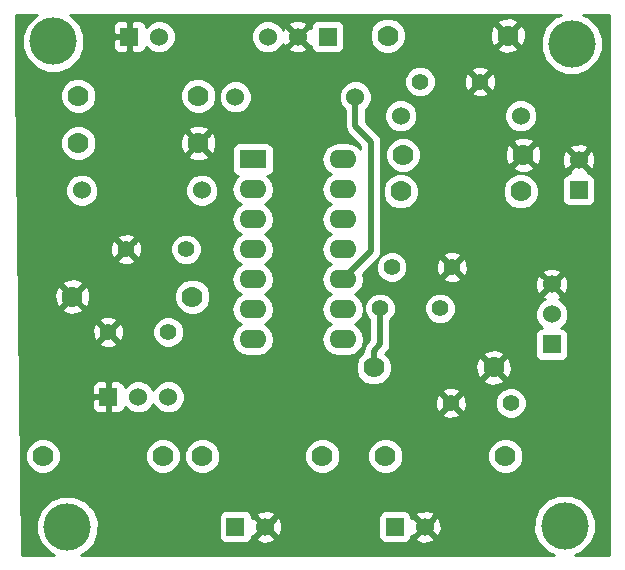
<source format=gbl>
%FSLAX34Y34*%
G04 Gerber Fmt 3.4, Leading zero omitted, Abs format*
G04 (created by PCBNEW (2014-02-26 BZR 4721)-product) date Wednesday, 27 May 2015 16:47:43*
%MOIN*%
G01*
G70*
G90*
G04 APERTURE LIST*
%ADD10C,0.005906*%
%ADD11C,0.055000*%
%ADD12C,0.060000*%
%ADD13R,0.060000X0.060000*%
%ADD14R,0.090000X0.062000*%
%ADD15O,0.090000X0.062000*%
%ADD16C,0.070000*%
%ADD17C,0.157480*%
%ADD18C,0.019685*%
%ADD19C,0.010000*%
G04 APERTURE END LIST*
G54D10*
G54D11*
X53165Y-44881D03*
X51165Y-44881D03*
X62023Y-45472D03*
X60023Y-45472D03*
X60968Y-39291D03*
X62968Y-39291D03*
X52574Y-47637D03*
X50574Y-47637D03*
X59629Y-46850D03*
X61629Y-46850D03*
X63992Y-50000D03*
X61992Y-50000D03*
G54D12*
X54811Y-39803D03*
X58811Y-39803D03*
X53692Y-42913D03*
X49692Y-42913D03*
X60322Y-40433D03*
X64322Y-40433D03*
G54D13*
X51271Y-37795D03*
G54D12*
X52271Y-37795D03*
G54D13*
X54814Y-54133D03*
G54D12*
X55814Y-54133D03*
G54D13*
X60129Y-54133D03*
G54D12*
X61129Y-54133D03*
G54D13*
X66259Y-42901D03*
G54D12*
X66259Y-41901D03*
G54D13*
X57889Y-37795D03*
G54D12*
X56889Y-37795D03*
X55889Y-37795D03*
G54D13*
X50574Y-49803D03*
G54D12*
X51574Y-49803D03*
X52574Y-49803D03*
G54D13*
X65354Y-48047D03*
G54D12*
X65354Y-47047D03*
X65354Y-46047D03*
G54D14*
X55389Y-41881D03*
G54D15*
X55389Y-42881D03*
X55389Y-43881D03*
X55389Y-44881D03*
X55389Y-45881D03*
X55389Y-46881D03*
X55389Y-47881D03*
X58389Y-47881D03*
X58389Y-46881D03*
X58389Y-45881D03*
X58389Y-44881D03*
X58389Y-43881D03*
X58389Y-42881D03*
X58389Y-41881D03*
G54D16*
X53574Y-39763D03*
X49574Y-39763D03*
X49574Y-41338D03*
X53574Y-41338D03*
X59889Y-37755D03*
X63889Y-37755D03*
X53377Y-46456D03*
X49377Y-46456D03*
X59417Y-48818D03*
X63417Y-48818D03*
X63811Y-51771D03*
X59811Y-51771D03*
X48393Y-51771D03*
X52393Y-51771D03*
X57708Y-51771D03*
X53708Y-51771D03*
X60401Y-41732D03*
X64401Y-41732D03*
X64322Y-42952D03*
X60322Y-42952D03*
G54D17*
X66023Y-38031D03*
X65787Y-54094D03*
X48740Y-37952D03*
X49212Y-54133D03*
G54D18*
X58811Y-39803D02*
X58811Y-40779D01*
X59330Y-44940D02*
X58389Y-45881D01*
X59330Y-41299D02*
X59330Y-44940D01*
X58811Y-40779D02*
X59330Y-41299D01*
X59417Y-48818D02*
X59417Y-48259D01*
X59629Y-48047D02*
X59629Y-46850D01*
X59417Y-48259D02*
X59629Y-48047D01*
G54D10*
G36*
X67272Y-55068D02*
X66147Y-55068D01*
X66374Y-54974D01*
X66666Y-54682D01*
X66824Y-54301D01*
X66824Y-53889D01*
X66814Y-53863D01*
X66814Y-41983D01*
X66803Y-41764D01*
X66741Y-41613D01*
X66645Y-41586D01*
X66575Y-41657D01*
X66575Y-41515D01*
X66547Y-41420D01*
X66341Y-41346D01*
X66123Y-41357D01*
X65971Y-41420D01*
X65944Y-41515D01*
X66259Y-41830D01*
X66575Y-41515D01*
X66575Y-41657D01*
X66330Y-41901D01*
X66645Y-42216D01*
X66741Y-42189D01*
X66814Y-41983D01*
X66814Y-53863D01*
X66809Y-53852D01*
X66809Y-43251D01*
X66809Y-43151D01*
X66809Y-42551D01*
X66771Y-42459D01*
X66701Y-42389D01*
X66609Y-42351D01*
X66556Y-42351D01*
X66575Y-42287D01*
X66259Y-41972D01*
X66189Y-42042D01*
X66189Y-41901D01*
X65873Y-41586D01*
X65778Y-41613D01*
X65705Y-41819D01*
X65715Y-42038D01*
X65778Y-42189D01*
X65873Y-42216D01*
X66189Y-41901D01*
X66189Y-42042D01*
X65944Y-42287D01*
X65963Y-42351D01*
X65910Y-42351D01*
X65818Y-42389D01*
X65747Y-42459D01*
X65709Y-42551D01*
X65709Y-42651D01*
X65709Y-43251D01*
X65747Y-43343D01*
X65818Y-43413D01*
X65910Y-43451D01*
X66009Y-43451D01*
X66609Y-43451D01*
X66701Y-43413D01*
X66771Y-43343D01*
X66809Y-43251D01*
X66809Y-53852D01*
X66667Y-53507D01*
X66375Y-53215D01*
X65994Y-53057D01*
X65909Y-53057D01*
X65909Y-46129D01*
X65898Y-45910D01*
X65835Y-45759D01*
X65740Y-45732D01*
X65669Y-45802D01*
X65669Y-45661D01*
X65642Y-45565D01*
X65436Y-45492D01*
X65217Y-45503D01*
X65066Y-45565D01*
X65039Y-45661D01*
X65354Y-45976D01*
X65669Y-45661D01*
X65669Y-45802D01*
X65425Y-46047D01*
X65740Y-46362D01*
X65835Y-46335D01*
X65909Y-46129D01*
X65909Y-53057D01*
X65904Y-53057D01*
X65904Y-46938D01*
X65820Y-46736D01*
X65666Y-46581D01*
X65590Y-46549D01*
X65642Y-46528D01*
X65669Y-46433D01*
X65354Y-46117D01*
X65283Y-46188D01*
X65283Y-46047D01*
X65006Y-45769D01*
X65006Y-41825D01*
X64995Y-41587D01*
X64924Y-41414D01*
X64872Y-41397D01*
X64872Y-40324D01*
X64789Y-40121D01*
X64634Y-39967D01*
X64494Y-39908D01*
X64494Y-37849D01*
X64484Y-37611D01*
X64412Y-37437D01*
X64311Y-37404D01*
X64241Y-37475D01*
X64241Y-37333D01*
X64207Y-37233D01*
X63983Y-37151D01*
X63745Y-37161D01*
X63571Y-37233D01*
X63538Y-37333D01*
X63889Y-37685D01*
X64241Y-37333D01*
X64241Y-37475D01*
X63960Y-37755D01*
X64311Y-38107D01*
X64412Y-38073D01*
X64494Y-37849D01*
X64494Y-39908D01*
X64432Y-39883D01*
X64241Y-39882D01*
X64241Y-38178D01*
X63889Y-37826D01*
X63819Y-37897D01*
X63819Y-37755D01*
X63467Y-37404D01*
X63367Y-37437D01*
X63285Y-37662D01*
X63295Y-37900D01*
X63367Y-38073D01*
X63467Y-38107D01*
X63819Y-37755D01*
X63819Y-37897D01*
X63538Y-38178D01*
X63571Y-38278D01*
X63796Y-38360D01*
X64034Y-38350D01*
X64207Y-38278D01*
X64241Y-38178D01*
X64241Y-39882D01*
X64213Y-39882D01*
X64011Y-39966D01*
X63856Y-40121D01*
X63772Y-40323D01*
X63772Y-40541D01*
X63856Y-40744D01*
X64010Y-40899D01*
X64212Y-40982D01*
X64431Y-40983D01*
X64633Y-40899D01*
X64788Y-40745D01*
X64872Y-40542D01*
X64872Y-40324D01*
X64872Y-41397D01*
X64823Y-41380D01*
X64752Y-41451D01*
X64752Y-41310D01*
X64719Y-41209D01*
X64495Y-41127D01*
X64256Y-41137D01*
X64083Y-41209D01*
X64050Y-41310D01*
X64401Y-41661D01*
X64752Y-41310D01*
X64752Y-41451D01*
X64472Y-41732D01*
X64823Y-42083D01*
X64924Y-42050D01*
X65006Y-41825D01*
X65006Y-45769D01*
X64968Y-45732D01*
X64922Y-45745D01*
X64922Y-42833D01*
X64831Y-42613D01*
X64752Y-42534D01*
X64752Y-42154D01*
X64401Y-41802D01*
X64330Y-41873D01*
X64330Y-41732D01*
X63979Y-41380D01*
X63878Y-41414D01*
X63797Y-41638D01*
X63807Y-41877D01*
X63878Y-42050D01*
X63979Y-42083D01*
X64330Y-41732D01*
X64330Y-41873D01*
X64050Y-42154D01*
X64083Y-42254D01*
X64307Y-42336D01*
X64546Y-42326D01*
X64719Y-42254D01*
X64752Y-42154D01*
X64752Y-42534D01*
X64663Y-42444D01*
X64442Y-42352D01*
X64204Y-42352D01*
X63983Y-42443D01*
X63814Y-42612D01*
X63722Y-42832D01*
X63722Y-43071D01*
X63813Y-43292D01*
X63982Y-43461D01*
X64202Y-43552D01*
X64441Y-43552D01*
X64662Y-43461D01*
X64831Y-43293D01*
X64922Y-43072D01*
X64922Y-42833D01*
X64922Y-45745D01*
X64873Y-45759D01*
X64799Y-45965D01*
X64810Y-46184D01*
X64873Y-46335D01*
X64968Y-46362D01*
X65283Y-46047D01*
X65283Y-46188D01*
X65039Y-46433D01*
X65066Y-46528D01*
X65121Y-46548D01*
X65043Y-46580D01*
X64888Y-46735D01*
X64804Y-46937D01*
X64804Y-47156D01*
X64887Y-47358D01*
X65026Y-47497D01*
X65004Y-47497D01*
X64912Y-47535D01*
X64842Y-47605D01*
X64804Y-47697D01*
X64804Y-47796D01*
X64804Y-48396D01*
X64842Y-48488D01*
X64912Y-48559D01*
X65004Y-48597D01*
X65104Y-48597D01*
X65704Y-48597D01*
X65795Y-48559D01*
X65866Y-48488D01*
X65904Y-48396D01*
X65904Y-48297D01*
X65904Y-47697D01*
X65866Y-47605D01*
X65795Y-47535D01*
X65704Y-47497D01*
X65682Y-47497D01*
X65820Y-47359D01*
X65904Y-47157D01*
X65904Y-46938D01*
X65904Y-53057D01*
X65581Y-53056D01*
X65200Y-53214D01*
X64908Y-53506D01*
X64750Y-53887D01*
X64749Y-54299D01*
X64907Y-54681D01*
X65198Y-54973D01*
X65426Y-55068D01*
X64517Y-55068D01*
X64517Y-49896D01*
X64437Y-49703D01*
X64289Y-49555D01*
X64097Y-49475D01*
X64021Y-49475D01*
X64021Y-48912D01*
X64011Y-48674D01*
X63939Y-48500D01*
X63839Y-48467D01*
X63768Y-48538D01*
X63768Y-48396D01*
X63735Y-48296D01*
X63511Y-48214D01*
X63498Y-48214D01*
X63498Y-39367D01*
X63487Y-39158D01*
X63429Y-39018D01*
X63336Y-38994D01*
X63265Y-39064D01*
X63265Y-38923D01*
X63241Y-38830D01*
X63044Y-38761D01*
X62835Y-38772D01*
X62695Y-38830D01*
X62671Y-38923D01*
X62968Y-39220D01*
X63265Y-38923D01*
X63265Y-39064D01*
X63039Y-39291D01*
X63336Y-39588D01*
X63429Y-39564D01*
X63498Y-39367D01*
X63498Y-48214D01*
X63272Y-48224D01*
X63265Y-48227D01*
X63265Y-39659D01*
X62968Y-39362D01*
X62897Y-39432D01*
X62897Y-39291D01*
X62600Y-38994D01*
X62507Y-39018D01*
X62438Y-39215D01*
X62449Y-39424D01*
X62507Y-39564D01*
X62600Y-39588D01*
X62897Y-39291D01*
X62897Y-39432D01*
X62671Y-39659D01*
X62695Y-39751D01*
X62892Y-39821D01*
X63101Y-39809D01*
X63241Y-39751D01*
X63265Y-39659D01*
X63265Y-48227D01*
X63099Y-48296D01*
X63065Y-48396D01*
X63417Y-48748D01*
X63768Y-48396D01*
X63768Y-48538D01*
X63488Y-48818D01*
X63839Y-49170D01*
X63939Y-49136D01*
X64021Y-48912D01*
X64021Y-49475D01*
X63888Y-49474D01*
X63768Y-49524D01*
X63768Y-49241D01*
X63417Y-48889D01*
X63346Y-48960D01*
X63346Y-48818D01*
X62995Y-48467D01*
X62894Y-48500D01*
X62812Y-48725D01*
X62822Y-48963D01*
X62894Y-49136D01*
X62995Y-49170D01*
X63346Y-48818D01*
X63346Y-48960D01*
X63065Y-49241D01*
X63099Y-49341D01*
X63323Y-49423D01*
X63562Y-49413D01*
X63735Y-49341D01*
X63768Y-49241D01*
X63768Y-49524D01*
X63695Y-49554D01*
X63547Y-49702D01*
X63467Y-49895D01*
X63467Y-50103D01*
X63546Y-50297D01*
X63694Y-50444D01*
X63887Y-50524D01*
X64096Y-50525D01*
X64289Y-50445D01*
X64436Y-50297D01*
X64517Y-50104D01*
X64517Y-49896D01*
X64517Y-55068D01*
X64411Y-55068D01*
X64411Y-51652D01*
X64319Y-51432D01*
X64151Y-51263D01*
X63930Y-51171D01*
X63692Y-51171D01*
X63471Y-51262D01*
X63302Y-51431D01*
X63211Y-51651D01*
X63210Y-51890D01*
X63302Y-52111D01*
X63470Y-52280D01*
X63691Y-52371D01*
X63929Y-52371D01*
X64150Y-52280D01*
X64319Y-52111D01*
X64410Y-51891D01*
X64411Y-51652D01*
X64411Y-55068D01*
X62553Y-55068D01*
X62553Y-45548D01*
X62542Y-45339D01*
X62484Y-45199D01*
X62391Y-45175D01*
X62320Y-45246D01*
X62320Y-45104D01*
X62296Y-45011D01*
X62099Y-44942D01*
X61890Y-44953D01*
X61750Y-45011D01*
X61726Y-45104D01*
X62023Y-45401D01*
X62320Y-45104D01*
X62320Y-45246D01*
X62094Y-45472D01*
X62391Y-45769D01*
X62484Y-45745D01*
X62553Y-45548D01*
X62553Y-55068D01*
X62522Y-55068D01*
X62522Y-50075D01*
X62510Y-49867D01*
X62452Y-49727D01*
X62359Y-49702D01*
X62320Y-49742D01*
X62320Y-45840D01*
X62023Y-45543D01*
X61952Y-45613D01*
X61952Y-45472D01*
X61655Y-45175D01*
X61563Y-45199D01*
X61493Y-45396D01*
X61505Y-45605D01*
X61563Y-45745D01*
X61655Y-45769D01*
X61952Y-45472D01*
X61952Y-45613D01*
X61726Y-45840D01*
X61750Y-45932D01*
X61947Y-46002D01*
X62156Y-45991D01*
X62296Y-45932D01*
X62320Y-45840D01*
X62320Y-49742D01*
X62289Y-49773D01*
X62289Y-49632D01*
X62264Y-49539D01*
X62155Y-49500D01*
X62155Y-46746D01*
X62075Y-46553D01*
X61927Y-46405D01*
X61734Y-46325D01*
X61525Y-46325D01*
X61493Y-46338D01*
X61493Y-39187D01*
X61413Y-38994D01*
X61266Y-38846D01*
X61073Y-38766D01*
X60864Y-38766D01*
X60671Y-38846D01*
X60523Y-38993D01*
X60489Y-39075D01*
X60489Y-37637D01*
X60398Y-37416D01*
X60230Y-37247D01*
X60009Y-37156D01*
X59770Y-37155D01*
X59550Y-37246D01*
X59381Y-37415D01*
X59289Y-37636D01*
X59289Y-37874D01*
X59380Y-38095D01*
X59549Y-38264D01*
X59769Y-38355D01*
X60008Y-38356D01*
X60229Y-38264D01*
X60398Y-38096D01*
X60489Y-37875D01*
X60489Y-37637D01*
X60489Y-39075D01*
X60443Y-39186D01*
X60443Y-39395D01*
X60523Y-39588D01*
X60670Y-39736D01*
X60863Y-39816D01*
X61072Y-39816D01*
X61265Y-39736D01*
X61413Y-39589D01*
X61493Y-39396D01*
X61493Y-39187D01*
X61493Y-46338D01*
X61332Y-46405D01*
X61185Y-46552D01*
X61105Y-46745D01*
X61104Y-46954D01*
X61184Y-47147D01*
X61332Y-47295D01*
X61525Y-47375D01*
X61733Y-47375D01*
X61926Y-47295D01*
X62074Y-47148D01*
X62154Y-46955D01*
X62155Y-46746D01*
X62155Y-49500D01*
X62067Y-49470D01*
X61859Y-49481D01*
X61719Y-49539D01*
X61695Y-49632D01*
X61992Y-49929D01*
X62289Y-49632D01*
X62289Y-49773D01*
X62062Y-50000D01*
X62359Y-50297D01*
X62452Y-50272D01*
X62522Y-50075D01*
X62522Y-55068D01*
X62289Y-55068D01*
X62289Y-50367D01*
X61992Y-50070D01*
X61921Y-50141D01*
X61921Y-50000D01*
X61624Y-49702D01*
X61531Y-49727D01*
X61462Y-49924D01*
X61473Y-50132D01*
X61531Y-50272D01*
X61624Y-50297D01*
X61921Y-50000D01*
X61921Y-50141D01*
X61695Y-50367D01*
X61719Y-50460D01*
X61916Y-50529D01*
X62124Y-50518D01*
X62264Y-50460D01*
X62289Y-50367D01*
X62289Y-55068D01*
X61684Y-55068D01*
X61684Y-54215D01*
X61673Y-53997D01*
X61611Y-53846D01*
X61515Y-53818D01*
X61445Y-53889D01*
X61445Y-53747D01*
X61417Y-53652D01*
X61211Y-53579D01*
X61001Y-53589D01*
X61001Y-41613D01*
X60910Y-41392D01*
X60872Y-41355D01*
X60872Y-40324D01*
X60789Y-40121D01*
X60634Y-39967D01*
X60432Y-39883D01*
X60213Y-39882D01*
X60011Y-39966D01*
X59856Y-40121D01*
X59772Y-40323D01*
X59772Y-40541D01*
X59856Y-40744D01*
X60010Y-40899D01*
X60212Y-40982D01*
X60431Y-40983D01*
X60633Y-40899D01*
X60788Y-40745D01*
X60872Y-40542D01*
X60872Y-40324D01*
X60872Y-41355D01*
X60741Y-41223D01*
X60521Y-41132D01*
X60282Y-41132D01*
X60062Y-41223D01*
X59893Y-41391D01*
X59801Y-41612D01*
X59801Y-41851D01*
X59892Y-42071D01*
X60061Y-42240D01*
X60281Y-42332D01*
X60520Y-42332D01*
X60741Y-42241D01*
X60909Y-42072D01*
X61001Y-41852D01*
X61001Y-41613D01*
X61001Y-53589D01*
X60993Y-53590D01*
X60922Y-53619D01*
X60922Y-42833D01*
X60831Y-42613D01*
X60663Y-42444D01*
X60442Y-42352D01*
X60204Y-42352D01*
X59983Y-42443D01*
X59814Y-42612D01*
X59722Y-42832D01*
X59722Y-43071D01*
X59813Y-43292D01*
X59982Y-43461D01*
X60202Y-43552D01*
X60441Y-43552D01*
X60662Y-43461D01*
X60831Y-43293D01*
X60922Y-43072D01*
X60922Y-42833D01*
X60922Y-53619D01*
X60842Y-53652D01*
X60814Y-53747D01*
X61129Y-54063D01*
X61445Y-53747D01*
X61445Y-53889D01*
X61200Y-54133D01*
X61515Y-54449D01*
X61611Y-54421D01*
X61684Y-54215D01*
X61684Y-55068D01*
X61445Y-55068D01*
X61445Y-54519D01*
X61129Y-54204D01*
X61059Y-54275D01*
X61059Y-54133D01*
X60744Y-53818D01*
X60679Y-53837D01*
X60679Y-53784D01*
X60641Y-53692D01*
X60571Y-53621D01*
X60548Y-53612D01*
X60548Y-45368D01*
X60468Y-45175D01*
X60321Y-45027D01*
X60128Y-44947D01*
X59919Y-44947D01*
X59726Y-45027D01*
X59599Y-45154D01*
X59652Y-45074D01*
X59679Y-44940D01*
X59679Y-41299D01*
X59679Y-41299D01*
X59679Y-41299D01*
X59657Y-41187D01*
X59652Y-41165D01*
X59652Y-41165D01*
X59577Y-41052D01*
X59577Y-41052D01*
X59577Y-41052D01*
X59159Y-40635D01*
X59159Y-40232D01*
X59277Y-40115D01*
X59360Y-39913D01*
X59361Y-39694D01*
X59277Y-39492D01*
X59122Y-39337D01*
X58920Y-39253D01*
X58702Y-39253D01*
X58499Y-39336D01*
X58439Y-39396D01*
X58439Y-38145D01*
X58439Y-38045D01*
X58439Y-37445D01*
X58401Y-37353D01*
X58331Y-37283D01*
X58239Y-37245D01*
X58140Y-37245D01*
X57540Y-37245D01*
X57448Y-37283D01*
X57377Y-37353D01*
X57339Y-37445D01*
X57339Y-37498D01*
X57275Y-37480D01*
X57204Y-37550D01*
X57204Y-37409D01*
X57177Y-37314D01*
X56971Y-37240D01*
X56753Y-37251D01*
X56601Y-37314D01*
X56574Y-37409D01*
X56889Y-37724D01*
X57204Y-37409D01*
X57204Y-37550D01*
X56960Y-37795D01*
X57275Y-38110D01*
X57339Y-38092D01*
X57339Y-38145D01*
X57377Y-38236D01*
X57448Y-38307D01*
X57540Y-38345D01*
X57639Y-38345D01*
X58239Y-38345D01*
X58331Y-38307D01*
X58401Y-38236D01*
X58439Y-38145D01*
X58439Y-39396D01*
X58345Y-39491D01*
X58261Y-39693D01*
X58260Y-39912D01*
X58344Y-40114D01*
X58462Y-40232D01*
X58462Y-40779D01*
X58462Y-40779D01*
X58484Y-40890D01*
X58489Y-40912D01*
X58564Y-41025D01*
X58982Y-41443D01*
X58982Y-41550D01*
X58939Y-41485D01*
X58757Y-41364D01*
X58543Y-41321D01*
X58236Y-41321D01*
X58021Y-41364D01*
X57840Y-41485D01*
X57718Y-41667D01*
X57676Y-41881D01*
X57718Y-42096D01*
X57840Y-42277D01*
X57995Y-42381D01*
X57840Y-42485D01*
X57718Y-42667D01*
X57676Y-42881D01*
X57718Y-43096D01*
X57840Y-43277D01*
X57995Y-43381D01*
X57840Y-43485D01*
X57718Y-43667D01*
X57676Y-43881D01*
X57718Y-44096D01*
X57840Y-44277D01*
X57995Y-44381D01*
X57840Y-44485D01*
X57718Y-44667D01*
X57676Y-44881D01*
X57718Y-45096D01*
X57840Y-45277D01*
X57995Y-45381D01*
X57840Y-45485D01*
X57718Y-45667D01*
X57676Y-45881D01*
X57718Y-46096D01*
X57840Y-46277D01*
X57995Y-46381D01*
X57840Y-46485D01*
X57718Y-46667D01*
X57676Y-46881D01*
X57718Y-47096D01*
X57840Y-47277D01*
X57995Y-47381D01*
X57840Y-47485D01*
X57718Y-47667D01*
X57676Y-47881D01*
X57718Y-48096D01*
X57840Y-48277D01*
X58021Y-48399D01*
X58236Y-48441D01*
X58543Y-48441D01*
X58757Y-48399D01*
X58939Y-48277D01*
X59060Y-48096D01*
X59103Y-47881D01*
X59060Y-47667D01*
X58939Y-47485D01*
X58783Y-47381D01*
X58939Y-47277D01*
X59060Y-47096D01*
X59103Y-46881D01*
X59060Y-46667D01*
X58939Y-46485D01*
X58783Y-46381D01*
X58939Y-46277D01*
X59060Y-46096D01*
X59103Y-45881D01*
X59066Y-45697D01*
X59571Y-45193D01*
X59498Y-45367D01*
X59498Y-45576D01*
X59578Y-45769D01*
X59725Y-45917D01*
X59918Y-45997D01*
X60127Y-45997D01*
X60320Y-45917D01*
X60468Y-45770D01*
X60548Y-45577D01*
X60548Y-45368D01*
X60548Y-53612D01*
X60479Y-53583D01*
X60411Y-53583D01*
X60411Y-51652D01*
X60319Y-51432D01*
X60155Y-51266D01*
X60155Y-46746D01*
X60075Y-46553D01*
X59927Y-46405D01*
X59734Y-46325D01*
X59525Y-46325D01*
X59332Y-46405D01*
X59185Y-46552D01*
X59105Y-46745D01*
X59104Y-46954D01*
X59184Y-47147D01*
X59281Y-47244D01*
X59281Y-47902D01*
X59170Y-48013D01*
X59095Y-48126D01*
X59091Y-48148D01*
X59068Y-48259D01*
X59068Y-48259D01*
X59068Y-48318D01*
X58908Y-48478D01*
X58817Y-48699D01*
X58817Y-48937D01*
X58908Y-49158D01*
X59077Y-49327D01*
X59297Y-49418D01*
X59536Y-49419D01*
X59756Y-49327D01*
X59925Y-49159D01*
X60017Y-48938D01*
X60017Y-48700D01*
X59926Y-48479D01*
X59808Y-48361D01*
X59876Y-48293D01*
X59876Y-48293D01*
X59876Y-48293D01*
X59951Y-48180D01*
X59978Y-48047D01*
X59978Y-47244D01*
X60074Y-47148D01*
X60154Y-46955D01*
X60155Y-46746D01*
X60155Y-51266D01*
X60151Y-51263D01*
X59930Y-51171D01*
X59692Y-51171D01*
X59471Y-51262D01*
X59302Y-51431D01*
X59211Y-51651D01*
X59210Y-51890D01*
X59302Y-52111D01*
X59470Y-52280D01*
X59691Y-52371D01*
X59929Y-52371D01*
X60150Y-52280D01*
X60319Y-52111D01*
X60410Y-51891D01*
X60411Y-51652D01*
X60411Y-53583D01*
X60380Y-53583D01*
X59780Y-53583D01*
X59688Y-53621D01*
X59617Y-53692D01*
X59579Y-53784D01*
X59579Y-53883D01*
X59579Y-54483D01*
X59617Y-54575D01*
X59688Y-54645D01*
X59780Y-54683D01*
X59879Y-54683D01*
X60479Y-54683D01*
X60571Y-54645D01*
X60641Y-54575D01*
X60679Y-54483D01*
X60679Y-54430D01*
X60744Y-54449D01*
X61059Y-54133D01*
X61059Y-54275D01*
X60814Y-54519D01*
X60842Y-54615D01*
X61048Y-54688D01*
X61266Y-54677D01*
X61417Y-54615D01*
X61445Y-54519D01*
X61445Y-55068D01*
X58308Y-55068D01*
X58308Y-51652D01*
X58217Y-51432D01*
X58048Y-51263D01*
X57828Y-51171D01*
X57589Y-51171D01*
X57369Y-51262D01*
X57204Y-51426D01*
X57204Y-38181D01*
X56889Y-37865D01*
X56819Y-37936D01*
X56819Y-37795D01*
X56503Y-37480D01*
X56408Y-37507D01*
X56388Y-37562D01*
X56356Y-37484D01*
X56201Y-37329D01*
X55999Y-37245D01*
X55780Y-37245D01*
X55578Y-37328D01*
X55423Y-37483D01*
X55339Y-37685D01*
X55339Y-37904D01*
X55423Y-38106D01*
X55577Y-38261D01*
X55779Y-38345D01*
X55998Y-38345D01*
X56200Y-38261D01*
X56355Y-38107D01*
X56387Y-38031D01*
X56408Y-38083D01*
X56503Y-38110D01*
X56819Y-37795D01*
X56819Y-37936D01*
X56574Y-38181D01*
X56601Y-38276D01*
X56807Y-38350D01*
X57026Y-38339D01*
X57177Y-38276D01*
X57204Y-38181D01*
X57204Y-51426D01*
X57200Y-51431D01*
X57108Y-51651D01*
X57108Y-51890D01*
X57199Y-52111D01*
X57368Y-52280D01*
X57588Y-52371D01*
X57827Y-52371D01*
X58048Y-52280D01*
X58217Y-52111D01*
X58308Y-51891D01*
X58308Y-51652D01*
X58308Y-55068D01*
X56369Y-55068D01*
X56369Y-54215D01*
X56358Y-53997D01*
X56296Y-53846D01*
X56200Y-53818D01*
X56130Y-53889D01*
X56130Y-53747D01*
X56103Y-53654D01*
X56103Y-47881D01*
X56060Y-47667D01*
X55939Y-47485D01*
X55783Y-47381D01*
X55939Y-47277D01*
X56060Y-47096D01*
X56103Y-46881D01*
X56060Y-46667D01*
X55939Y-46485D01*
X55783Y-46381D01*
X55939Y-46277D01*
X56060Y-46096D01*
X56103Y-45881D01*
X56060Y-45667D01*
X55939Y-45485D01*
X55783Y-45381D01*
X55939Y-45277D01*
X56060Y-45096D01*
X56103Y-44881D01*
X56060Y-44667D01*
X55939Y-44485D01*
X55783Y-44381D01*
X55939Y-44277D01*
X56060Y-44096D01*
X56103Y-43881D01*
X56060Y-43667D01*
X55939Y-43485D01*
X55783Y-43381D01*
X55939Y-43277D01*
X56060Y-43096D01*
X56103Y-42881D01*
X56060Y-42667D01*
X55939Y-42485D01*
X55873Y-42441D01*
X55889Y-42441D01*
X55981Y-42403D01*
X56051Y-42333D01*
X56089Y-42241D01*
X56089Y-42142D01*
X56089Y-41522D01*
X56051Y-41430D01*
X55981Y-41359D01*
X55889Y-41321D01*
X55790Y-41321D01*
X55361Y-41321D01*
X55361Y-39694D01*
X55277Y-39492D01*
X55122Y-39337D01*
X54920Y-39253D01*
X54702Y-39253D01*
X54499Y-39336D01*
X54345Y-39491D01*
X54261Y-39693D01*
X54260Y-39912D01*
X54344Y-40114D01*
X54499Y-40269D01*
X54701Y-40353D01*
X54919Y-40353D01*
X55122Y-40269D01*
X55277Y-40115D01*
X55360Y-39913D01*
X55361Y-39694D01*
X55361Y-41321D01*
X54890Y-41321D01*
X54798Y-41359D01*
X54727Y-41430D01*
X54689Y-41522D01*
X54689Y-41621D01*
X54689Y-42241D01*
X54727Y-42333D01*
X54798Y-42403D01*
X54890Y-42441D01*
X54905Y-42441D01*
X54840Y-42485D01*
X54718Y-42667D01*
X54676Y-42881D01*
X54718Y-43096D01*
X54840Y-43277D01*
X54995Y-43381D01*
X54840Y-43485D01*
X54718Y-43667D01*
X54676Y-43881D01*
X54718Y-44096D01*
X54840Y-44277D01*
X54995Y-44381D01*
X54840Y-44485D01*
X54718Y-44667D01*
X54676Y-44881D01*
X54718Y-45096D01*
X54840Y-45277D01*
X54995Y-45381D01*
X54840Y-45485D01*
X54718Y-45667D01*
X54676Y-45881D01*
X54718Y-46096D01*
X54840Y-46277D01*
X54995Y-46381D01*
X54840Y-46485D01*
X54718Y-46667D01*
X54676Y-46881D01*
X54718Y-47096D01*
X54840Y-47277D01*
X54995Y-47381D01*
X54840Y-47485D01*
X54718Y-47667D01*
X54676Y-47881D01*
X54718Y-48096D01*
X54840Y-48277D01*
X55021Y-48399D01*
X55236Y-48441D01*
X55543Y-48441D01*
X55757Y-48399D01*
X55939Y-48277D01*
X56060Y-48096D01*
X56103Y-47881D01*
X56103Y-53654D01*
X56102Y-53652D01*
X55896Y-53579D01*
X55678Y-53590D01*
X55527Y-53652D01*
X55499Y-53747D01*
X55814Y-54063D01*
X56130Y-53747D01*
X56130Y-53889D01*
X55885Y-54133D01*
X56200Y-54449D01*
X56296Y-54421D01*
X56369Y-54215D01*
X56369Y-55068D01*
X56130Y-55068D01*
X56130Y-54519D01*
X55814Y-54204D01*
X55744Y-54275D01*
X55744Y-54133D01*
X55429Y-53818D01*
X55364Y-53837D01*
X55364Y-53784D01*
X55326Y-53692D01*
X55256Y-53621D01*
X55164Y-53583D01*
X55065Y-53583D01*
X54465Y-53583D01*
X54373Y-53621D01*
X54308Y-53686D01*
X54308Y-51652D01*
X54243Y-51493D01*
X54243Y-42804D01*
X54179Y-42650D01*
X54179Y-41432D01*
X54174Y-41328D01*
X54174Y-39644D01*
X54083Y-39424D01*
X53915Y-39255D01*
X53694Y-39163D01*
X53455Y-39163D01*
X53235Y-39254D01*
X53066Y-39423D01*
X52974Y-39643D01*
X52974Y-39882D01*
X53065Y-40103D01*
X53234Y-40272D01*
X53454Y-40363D01*
X53693Y-40363D01*
X53914Y-40272D01*
X54083Y-40104D01*
X54174Y-39883D01*
X54174Y-39644D01*
X54174Y-41328D01*
X54169Y-41193D01*
X54097Y-41020D01*
X53996Y-40987D01*
X53926Y-41057D01*
X53926Y-40916D01*
X53892Y-40815D01*
X53668Y-40734D01*
X53430Y-40744D01*
X53256Y-40815D01*
X53223Y-40916D01*
X53574Y-41267D01*
X53926Y-40916D01*
X53926Y-41057D01*
X53645Y-41338D01*
X53996Y-41689D01*
X54097Y-41656D01*
X54179Y-41432D01*
X54179Y-42650D01*
X54159Y-42602D01*
X54004Y-42447D01*
X53926Y-42414D01*
X53926Y-41760D01*
X53574Y-41409D01*
X53504Y-41480D01*
X53504Y-41338D01*
X53152Y-40987D01*
X53052Y-41020D01*
X52970Y-41244D01*
X52980Y-41483D01*
X53052Y-41656D01*
X53152Y-41689D01*
X53504Y-41338D01*
X53504Y-41480D01*
X53223Y-41760D01*
X53256Y-41861D01*
X53481Y-41943D01*
X53719Y-41932D01*
X53892Y-41861D01*
X53926Y-41760D01*
X53926Y-42414D01*
X53802Y-42363D01*
X53583Y-42363D01*
X53381Y-42446D01*
X53226Y-42601D01*
X53143Y-42803D01*
X53142Y-43022D01*
X53226Y-43224D01*
X53380Y-43379D01*
X53583Y-43463D01*
X53801Y-43463D01*
X54004Y-43379D01*
X54158Y-43225D01*
X54242Y-43023D01*
X54243Y-42804D01*
X54243Y-51493D01*
X54217Y-51432D01*
X54048Y-51263D01*
X53978Y-51233D01*
X53978Y-46337D01*
X53886Y-46117D01*
X53718Y-45948D01*
X53690Y-45936D01*
X53690Y-44777D01*
X53610Y-44584D01*
X53463Y-44437D01*
X53270Y-44356D01*
X53061Y-44356D01*
X52868Y-44436D01*
X52821Y-44483D01*
X52821Y-37686D01*
X52738Y-37484D01*
X52583Y-37329D01*
X52381Y-37245D01*
X52162Y-37245D01*
X51960Y-37328D01*
X51821Y-37467D01*
X51821Y-37445D01*
X51783Y-37353D01*
X51713Y-37283D01*
X51621Y-37245D01*
X51384Y-37245D01*
X51321Y-37307D01*
X51321Y-37745D01*
X51329Y-37745D01*
X51329Y-37845D01*
X51321Y-37845D01*
X51321Y-38282D01*
X51384Y-38345D01*
X51621Y-38345D01*
X51713Y-38307D01*
X51783Y-38236D01*
X51821Y-38145D01*
X51821Y-38122D01*
X51959Y-38261D01*
X52161Y-38345D01*
X52380Y-38345D01*
X52582Y-38261D01*
X52737Y-38107D01*
X52821Y-37905D01*
X52821Y-37686D01*
X52821Y-44483D01*
X52720Y-44584D01*
X52640Y-44777D01*
X52640Y-44985D01*
X52720Y-45178D01*
X52867Y-45326D01*
X53060Y-45406D01*
X53269Y-45406D01*
X53462Y-45327D01*
X53610Y-45179D01*
X53690Y-44986D01*
X53690Y-44777D01*
X53690Y-45936D01*
X53497Y-45856D01*
X53259Y-45856D01*
X53038Y-45947D01*
X52869Y-46116D01*
X52778Y-46336D01*
X52777Y-46575D01*
X52869Y-46796D01*
X53037Y-46965D01*
X53258Y-47056D01*
X53496Y-47056D01*
X53717Y-46965D01*
X53886Y-46797D01*
X53977Y-46576D01*
X53978Y-46337D01*
X53978Y-51233D01*
X53828Y-51171D01*
X53589Y-51171D01*
X53369Y-51262D01*
X53200Y-51431D01*
X53124Y-51612D01*
X53124Y-49694D01*
X53099Y-49633D01*
X53099Y-47533D01*
X53020Y-47340D01*
X52872Y-47192D01*
X52679Y-47112D01*
X52470Y-47112D01*
X52277Y-47192D01*
X52129Y-47340D01*
X52049Y-47532D01*
X52049Y-47741D01*
X52129Y-47934D01*
X52277Y-48082D01*
X52469Y-48162D01*
X52678Y-48162D01*
X52871Y-48083D01*
X53019Y-47935D01*
X53099Y-47742D01*
X53099Y-47533D01*
X53099Y-49633D01*
X53041Y-49492D01*
X52886Y-49337D01*
X52684Y-49253D01*
X52465Y-49253D01*
X52263Y-49336D01*
X52108Y-49491D01*
X52074Y-49573D01*
X52041Y-49492D01*
X51886Y-49337D01*
X51695Y-49257D01*
X51695Y-44957D01*
X51683Y-44749D01*
X51625Y-44609D01*
X51533Y-44584D01*
X51462Y-44655D01*
X51462Y-44514D01*
X51438Y-44421D01*
X51241Y-44351D01*
X51221Y-44353D01*
X51221Y-38282D01*
X51221Y-37845D01*
X51221Y-37745D01*
X51221Y-37307D01*
X51159Y-37245D01*
X50921Y-37245D01*
X50830Y-37283D01*
X50759Y-37353D01*
X50721Y-37445D01*
X50721Y-37545D01*
X50721Y-37682D01*
X50784Y-37745D01*
X51221Y-37745D01*
X51221Y-37845D01*
X50784Y-37845D01*
X50721Y-37907D01*
X50721Y-38045D01*
X50721Y-38145D01*
X50759Y-38236D01*
X50830Y-38307D01*
X50921Y-38345D01*
X51159Y-38345D01*
X51221Y-38282D01*
X51221Y-44353D01*
X51032Y-44363D01*
X50892Y-44421D01*
X50868Y-44514D01*
X51165Y-44811D01*
X51462Y-44514D01*
X51462Y-44655D01*
X51236Y-44881D01*
X51533Y-45178D01*
X51625Y-45154D01*
X51695Y-44957D01*
X51695Y-49257D01*
X51684Y-49253D01*
X51465Y-49253D01*
X51462Y-49254D01*
X51462Y-45249D01*
X51165Y-44952D01*
X51094Y-45023D01*
X51094Y-44881D01*
X50797Y-44584D01*
X50704Y-44609D01*
X50635Y-44806D01*
X50646Y-45014D01*
X50704Y-45154D01*
X50797Y-45178D01*
X51094Y-44881D01*
X51094Y-45023D01*
X50868Y-45249D01*
X50892Y-45342D01*
X51089Y-45411D01*
X51298Y-45400D01*
X51438Y-45342D01*
X51462Y-45249D01*
X51462Y-49254D01*
X51263Y-49336D01*
X51124Y-49475D01*
X51124Y-49453D01*
X51104Y-49404D01*
X51104Y-47713D01*
X51093Y-47505D01*
X51035Y-47364D01*
X50942Y-47340D01*
X50871Y-47411D01*
X50871Y-47270D01*
X50847Y-47177D01*
X50650Y-47107D01*
X50442Y-47119D01*
X50301Y-47177D01*
X50277Y-47270D01*
X50574Y-47567D01*
X50871Y-47270D01*
X50871Y-47411D01*
X50645Y-47637D01*
X50942Y-47934D01*
X51035Y-47910D01*
X51104Y-47713D01*
X51104Y-49404D01*
X51086Y-49361D01*
X51016Y-49291D01*
X50924Y-49253D01*
X50871Y-49253D01*
X50871Y-48005D01*
X50574Y-47708D01*
X50504Y-47779D01*
X50504Y-47637D01*
X50243Y-47376D01*
X50243Y-42804D01*
X50174Y-42639D01*
X50174Y-41219D01*
X50174Y-39644D01*
X50083Y-39424D01*
X49915Y-39255D01*
X49694Y-39163D01*
X49455Y-39163D01*
X49235Y-39254D01*
X49066Y-39423D01*
X48974Y-39643D01*
X48974Y-39882D01*
X49065Y-40103D01*
X49234Y-40272D01*
X49454Y-40363D01*
X49693Y-40363D01*
X49914Y-40272D01*
X50083Y-40104D01*
X50174Y-39883D01*
X50174Y-39644D01*
X50174Y-41219D01*
X50083Y-40999D01*
X49915Y-40830D01*
X49694Y-40738D01*
X49455Y-40738D01*
X49235Y-40829D01*
X49066Y-40998D01*
X48974Y-41218D01*
X48974Y-41457D01*
X49065Y-41678D01*
X49234Y-41846D01*
X49454Y-41938D01*
X49693Y-41938D01*
X49914Y-41847D01*
X50083Y-41678D01*
X50174Y-41458D01*
X50174Y-41219D01*
X50174Y-42639D01*
X50159Y-42602D01*
X50004Y-42447D01*
X49802Y-42363D01*
X49583Y-42363D01*
X49381Y-42446D01*
X49226Y-42601D01*
X49143Y-42803D01*
X49142Y-43022D01*
X49226Y-43224D01*
X49380Y-43379D01*
X49583Y-43463D01*
X49801Y-43463D01*
X50004Y-43379D01*
X50158Y-43225D01*
X50242Y-43023D01*
X50243Y-42804D01*
X50243Y-47376D01*
X50207Y-47340D01*
X50114Y-47364D01*
X50044Y-47562D01*
X50056Y-47770D01*
X50114Y-47910D01*
X50207Y-47934D01*
X50504Y-47637D01*
X50504Y-47779D01*
X50277Y-48005D01*
X50301Y-48098D01*
X50499Y-48167D01*
X50707Y-48156D01*
X50847Y-48098D01*
X50871Y-48005D01*
X50871Y-49253D01*
X50687Y-49253D01*
X50624Y-49315D01*
X50624Y-49753D01*
X50632Y-49753D01*
X50632Y-49853D01*
X50624Y-49853D01*
X50624Y-50290D01*
X50687Y-50353D01*
X50924Y-50353D01*
X51016Y-50315D01*
X51086Y-50244D01*
X51124Y-50152D01*
X51124Y-50130D01*
X51262Y-50269D01*
X51464Y-50353D01*
X51683Y-50353D01*
X51885Y-50269D01*
X52040Y-50115D01*
X52074Y-50033D01*
X52108Y-50114D01*
X52262Y-50269D01*
X52464Y-50353D01*
X52683Y-50353D01*
X52885Y-50269D01*
X53040Y-50115D01*
X53124Y-49913D01*
X53124Y-49694D01*
X53124Y-51612D01*
X53108Y-51651D01*
X53108Y-51890D01*
X53199Y-52111D01*
X53368Y-52280D01*
X53588Y-52371D01*
X53827Y-52371D01*
X54048Y-52280D01*
X54217Y-52111D01*
X54308Y-51891D01*
X54308Y-51652D01*
X54308Y-53686D01*
X54303Y-53692D01*
X54264Y-53784D01*
X54264Y-53883D01*
X54264Y-54483D01*
X54303Y-54575D01*
X54373Y-54645D01*
X54465Y-54683D01*
X54564Y-54683D01*
X55164Y-54683D01*
X55256Y-54645D01*
X55326Y-54575D01*
X55364Y-54483D01*
X55364Y-54430D01*
X55429Y-54449D01*
X55744Y-54133D01*
X55744Y-54275D01*
X55499Y-54519D01*
X55527Y-54615D01*
X55733Y-54688D01*
X55951Y-54677D01*
X56102Y-54615D01*
X56130Y-54519D01*
X56130Y-55068D01*
X52993Y-55068D01*
X52993Y-51652D01*
X52902Y-51432D01*
X52734Y-51263D01*
X52513Y-51171D01*
X52274Y-51171D01*
X52054Y-51262D01*
X51885Y-51431D01*
X51793Y-51651D01*
X51793Y-51890D01*
X51884Y-52111D01*
X52053Y-52280D01*
X52273Y-52371D01*
X52512Y-52371D01*
X52733Y-52280D01*
X52902Y-52111D01*
X52993Y-51891D01*
X52993Y-51652D01*
X52993Y-55068D01*
X50524Y-55068D01*
X50524Y-50290D01*
X50524Y-49853D01*
X50524Y-49753D01*
X50524Y-49315D01*
X50462Y-49253D01*
X50225Y-49253D01*
X50133Y-49291D01*
X50062Y-49361D01*
X50024Y-49453D01*
X50024Y-49552D01*
X50024Y-49690D01*
X50087Y-49753D01*
X50524Y-49753D01*
X50524Y-49853D01*
X50087Y-49853D01*
X50024Y-49915D01*
X50024Y-50053D01*
X50024Y-50152D01*
X50062Y-50244D01*
X50133Y-50315D01*
X50225Y-50353D01*
X50462Y-50353D01*
X50524Y-50290D01*
X50524Y-55068D01*
X49668Y-55068D01*
X49799Y-55013D01*
X50091Y-54722D01*
X50249Y-54341D01*
X50250Y-53928D01*
X50092Y-53546D01*
X49982Y-53436D01*
X49982Y-46550D01*
X49972Y-46311D01*
X49900Y-46138D01*
X49800Y-46105D01*
X49729Y-46175D01*
X49729Y-46034D01*
X49695Y-45934D01*
X49471Y-45852D01*
X49233Y-45862D01*
X49060Y-45934D01*
X49026Y-46034D01*
X49377Y-46385D01*
X49729Y-46034D01*
X49729Y-46175D01*
X49448Y-46456D01*
X49800Y-46808D01*
X49900Y-46774D01*
X49982Y-46550D01*
X49982Y-53436D01*
X49801Y-53254D01*
X49729Y-53225D01*
X49729Y-46878D01*
X49377Y-46527D01*
X49307Y-46598D01*
X49307Y-46456D01*
X48955Y-46105D01*
X48855Y-46138D01*
X48773Y-46362D01*
X48783Y-46601D01*
X48855Y-46774D01*
X48955Y-46808D01*
X49307Y-46456D01*
X49307Y-46598D01*
X49026Y-46878D01*
X49060Y-46979D01*
X49284Y-47061D01*
X49522Y-47051D01*
X49695Y-46979D01*
X49729Y-46878D01*
X49729Y-53225D01*
X49419Y-53096D01*
X49007Y-53096D01*
X48993Y-53101D01*
X48993Y-51652D01*
X48902Y-51432D01*
X48734Y-51263D01*
X48513Y-51171D01*
X48274Y-51171D01*
X48054Y-51262D01*
X47885Y-51431D01*
X47793Y-51651D01*
X47793Y-51890D01*
X47884Y-52111D01*
X48053Y-52280D01*
X48273Y-52371D01*
X48512Y-52371D01*
X48733Y-52280D01*
X48902Y-52111D01*
X48993Y-51891D01*
X48993Y-51652D01*
X48993Y-53101D01*
X48625Y-53253D01*
X48333Y-53545D01*
X48175Y-53926D01*
X48175Y-54339D01*
X48332Y-54720D01*
X48624Y-55012D01*
X48757Y-55068D01*
X47687Y-55068D01*
X47513Y-39108D01*
X47513Y-37057D01*
X48189Y-37057D01*
X48153Y-37072D01*
X47861Y-37364D01*
X47702Y-37745D01*
X47702Y-38158D01*
X47860Y-38539D01*
X48151Y-38831D01*
X48532Y-38989D01*
X48945Y-38990D01*
X49327Y-38832D01*
X49619Y-38541D01*
X49777Y-38160D01*
X49777Y-37747D01*
X49620Y-37365D01*
X49328Y-37073D01*
X49290Y-37057D01*
X65663Y-37057D01*
X65436Y-37151D01*
X65144Y-37443D01*
X64986Y-37824D01*
X64986Y-38236D01*
X65143Y-38618D01*
X65435Y-38910D01*
X65816Y-39068D01*
X66229Y-39069D01*
X66610Y-38911D01*
X66902Y-38619D01*
X67060Y-38238D01*
X67061Y-37826D01*
X66903Y-37444D01*
X66612Y-37152D01*
X66384Y-37057D01*
X67272Y-37057D01*
X67272Y-55068D01*
X67272Y-55068D01*
G37*
G54D19*
X67272Y-55068D02*
X66147Y-55068D01*
X66374Y-54974D01*
X66666Y-54682D01*
X66824Y-54301D01*
X66824Y-53889D01*
X66814Y-53863D01*
X66814Y-41983D01*
X66803Y-41764D01*
X66741Y-41613D01*
X66645Y-41586D01*
X66575Y-41657D01*
X66575Y-41515D01*
X66547Y-41420D01*
X66341Y-41346D01*
X66123Y-41357D01*
X65971Y-41420D01*
X65944Y-41515D01*
X66259Y-41830D01*
X66575Y-41515D01*
X66575Y-41657D01*
X66330Y-41901D01*
X66645Y-42216D01*
X66741Y-42189D01*
X66814Y-41983D01*
X66814Y-53863D01*
X66809Y-53852D01*
X66809Y-43251D01*
X66809Y-43151D01*
X66809Y-42551D01*
X66771Y-42459D01*
X66701Y-42389D01*
X66609Y-42351D01*
X66556Y-42351D01*
X66575Y-42287D01*
X66259Y-41972D01*
X66189Y-42042D01*
X66189Y-41901D01*
X65873Y-41586D01*
X65778Y-41613D01*
X65705Y-41819D01*
X65715Y-42038D01*
X65778Y-42189D01*
X65873Y-42216D01*
X66189Y-41901D01*
X66189Y-42042D01*
X65944Y-42287D01*
X65963Y-42351D01*
X65910Y-42351D01*
X65818Y-42389D01*
X65747Y-42459D01*
X65709Y-42551D01*
X65709Y-42651D01*
X65709Y-43251D01*
X65747Y-43343D01*
X65818Y-43413D01*
X65910Y-43451D01*
X66009Y-43451D01*
X66609Y-43451D01*
X66701Y-43413D01*
X66771Y-43343D01*
X66809Y-43251D01*
X66809Y-53852D01*
X66667Y-53507D01*
X66375Y-53215D01*
X65994Y-53057D01*
X65909Y-53057D01*
X65909Y-46129D01*
X65898Y-45910D01*
X65835Y-45759D01*
X65740Y-45732D01*
X65669Y-45802D01*
X65669Y-45661D01*
X65642Y-45565D01*
X65436Y-45492D01*
X65217Y-45503D01*
X65066Y-45565D01*
X65039Y-45661D01*
X65354Y-45976D01*
X65669Y-45661D01*
X65669Y-45802D01*
X65425Y-46047D01*
X65740Y-46362D01*
X65835Y-46335D01*
X65909Y-46129D01*
X65909Y-53057D01*
X65904Y-53057D01*
X65904Y-46938D01*
X65820Y-46736D01*
X65666Y-46581D01*
X65590Y-46549D01*
X65642Y-46528D01*
X65669Y-46433D01*
X65354Y-46117D01*
X65283Y-46188D01*
X65283Y-46047D01*
X65006Y-45769D01*
X65006Y-41825D01*
X64995Y-41587D01*
X64924Y-41414D01*
X64872Y-41397D01*
X64872Y-40324D01*
X64789Y-40121D01*
X64634Y-39967D01*
X64494Y-39908D01*
X64494Y-37849D01*
X64484Y-37611D01*
X64412Y-37437D01*
X64311Y-37404D01*
X64241Y-37475D01*
X64241Y-37333D01*
X64207Y-37233D01*
X63983Y-37151D01*
X63745Y-37161D01*
X63571Y-37233D01*
X63538Y-37333D01*
X63889Y-37685D01*
X64241Y-37333D01*
X64241Y-37475D01*
X63960Y-37755D01*
X64311Y-38107D01*
X64412Y-38073D01*
X64494Y-37849D01*
X64494Y-39908D01*
X64432Y-39883D01*
X64241Y-39882D01*
X64241Y-38178D01*
X63889Y-37826D01*
X63819Y-37897D01*
X63819Y-37755D01*
X63467Y-37404D01*
X63367Y-37437D01*
X63285Y-37662D01*
X63295Y-37900D01*
X63367Y-38073D01*
X63467Y-38107D01*
X63819Y-37755D01*
X63819Y-37897D01*
X63538Y-38178D01*
X63571Y-38278D01*
X63796Y-38360D01*
X64034Y-38350D01*
X64207Y-38278D01*
X64241Y-38178D01*
X64241Y-39882D01*
X64213Y-39882D01*
X64011Y-39966D01*
X63856Y-40121D01*
X63772Y-40323D01*
X63772Y-40541D01*
X63856Y-40744D01*
X64010Y-40899D01*
X64212Y-40982D01*
X64431Y-40983D01*
X64633Y-40899D01*
X64788Y-40745D01*
X64872Y-40542D01*
X64872Y-40324D01*
X64872Y-41397D01*
X64823Y-41380D01*
X64752Y-41451D01*
X64752Y-41310D01*
X64719Y-41209D01*
X64495Y-41127D01*
X64256Y-41137D01*
X64083Y-41209D01*
X64050Y-41310D01*
X64401Y-41661D01*
X64752Y-41310D01*
X64752Y-41451D01*
X64472Y-41732D01*
X64823Y-42083D01*
X64924Y-42050D01*
X65006Y-41825D01*
X65006Y-45769D01*
X64968Y-45732D01*
X64922Y-45745D01*
X64922Y-42833D01*
X64831Y-42613D01*
X64752Y-42534D01*
X64752Y-42154D01*
X64401Y-41802D01*
X64330Y-41873D01*
X64330Y-41732D01*
X63979Y-41380D01*
X63878Y-41414D01*
X63797Y-41638D01*
X63807Y-41877D01*
X63878Y-42050D01*
X63979Y-42083D01*
X64330Y-41732D01*
X64330Y-41873D01*
X64050Y-42154D01*
X64083Y-42254D01*
X64307Y-42336D01*
X64546Y-42326D01*
X64719Y-42254D01*
X64752Y-42154D01*
X64752Y-42534D01*
X64663Y-42444D01*
X64442Y-42352D01*
X64204Y-42352D01*
X63983Y-42443D01*
X63814Y-42612D01*
X63722Y-42832D01*
X63722Y-43071D01*
X63813Y-43292D01*
X63982Y-43461D01*
X64202Y-43552D01*
X64441Y-43552D01*
X64662Y-43461D01*
X64831Y-43293D01*
X64922Y-43072D01*
X64922Y-42833D01*
X64922Y-45745D01*
X64873Y-45759D01*
X64799Y-45965D01*
X64810Y-46184D01*
X64873Y-46335D01*
X64968Y-46362D01*
X65283Y-46047D01*
X65283Y-46188D01*
X65039Y-46433D01*
X65066Y-46528D01*
X65121Y-46548D01*
X65043Y-46580D01*
X64888Y-46735D01*
X64804Y-46937D01*
X64804Y-47156D01*
X64887Y-47358D01*
X65026Y-47497D01*
X65004Y-47497D01*
X64912Y-47535D01*
X64842Y-47605D01*
X64804Y-47697D01*
X64804Y-47796D01*
X64804Y-48396D01*
X64842Y-48488D01*
X64912Y-48559D01*
X65004Y-48597D01*
X65104Y-48597D01*
X65704Y-48597D01*
X65795Y-48559D01*
X65866Y-48488D01*
X65904Y-48396D01*
X65904Y-48297D01*
X65904Y-47697D01*
X65866Y-47605D01*
X65795Y-47535D01*
X65704Y-47497D01*
X65682Y-47497D01*
X65820Y-47359D01*
X65904Y-47157D01*
X65904Y-46938D01*
X65904Y-53057D01*
X65581Y-53056D01*
X65200Y-53214D01*
X64908Y-53506D01*
X64750Y-53887D01*
X64749Y-54299D01*
X64907Y-54681D01*
X65198Y-54973D01*
X65426Y-55068D01*
X64517Y-55068D01*
X64517Y-49896D01*
X64437Y-49703D01*
X64289Y-49555D01*
X64097Y-49475D01*
X64021Y-49475D01*
X64021Y-48912D01*
X64011Y-48674D01*
X63939Y-48500D01*
X63839Y-48467D01*
X63768Y-48538D01*
X63768Y-48396D01*
X63735Y-48296D01*
X63511Y-48214D01*
X63498Y-48214D01*
X63498Y-39367D01*
X63487Y-39158D01*
X63429Y-39018D01*
X63336Y-38994D01*
X63265Y-39064D01*
X63265Y-38923D01*
X63241Y-38830D01*
X63044Y-38761D01*
X62835Y-38772D01*
X62695Y-38830D01*
X62671Y-38923D01*
X62968Y-39220D01*
X63265Y-38923D01*
X63265Y-39064D01*
X63039Y-39291D01*
X63336Y-39588D01*
X63429Y-39564D01*
X63498Y-39367D01*
X63498Y-48214D01*
X63272Y-48224D01*
X63265Y-48227D01*
X63265Y-39659D01*
X62968Y-39362D01*
X62897Y-39432D01*
X62897Y-39291D01*
X62600Y-38994D01*
X62507Y-39018D01*
X62438Y-39215D01*
X62449Y-39424D01*
X62507Y-39564D01*
X62600Y-39588D01*
X62897Y-39291D01*
X62897Y-39432D01*
X62671Y-39659D01*
X62695Y-39751D01*
X62892Y-39821D01*
X63101Y-39809D01*
X63241Y-39751D01*
X63265Y-39659D01*
X63265Y-48227D01*
X63099Y-48296D01*
X63065Y-48396D01*
X63417Y-48748D01*
X63768Y-48396D01*
X63768Y-48538D01*
X63488Y-48818D01*
X63839Y-49170D01*
X63939Y-49136D01*
X64021Y-48912D01*
X64021Y-49475D01*
X63888Y-49474D01*
X63768Y-49524D01*
X63768Y-49241D01*
X63417Y-48889D01*
X63346Y-48960D01*
X63346Y-48818D01*
X62995Y-48467D01*
X62894Y-48500D01*
X62812Y-48725D01*
X62822Y-48963D01*
X62894Y-49136D01*
X62995Y-49170D01*
X63346Y-48818D01*
X63346Y-48960D01*
X63065Y-49241D01*
X63099Y-49341D01*
X63323Y-49423D01*
X63562Y-49413D01*
X63735Y-49341D01*
X63768Y-49241D01*
X63768Y-49524D01*
X63695Y-49554D01*
X63547Y-49702D01*
X63467Y-49895D01*
X63467Y-50103D01*
X63546Y-50297D01*
X63694Y-50444D01*
X63887Y-50524D01*
X64096Y-50525D01*
X64289Y-50445D01*
X64436Y-50297D01*
X64517Y-50104D01*
X64517Y-49896D01*
X64517Y-55068D01*
X64411Y-55068D01*
X64411Y-51652D01*
X64319Y-51432D01*
X64151Y-51263D01*
X63930Y-51171D01*
X63692Y-51171D01*
X63471Y-51262D01*
X63302Y-51431D01*
X63211Y-51651D01*
X63210Y-51890D01*
X63302Y-52111D01*
X63470Y-52280D01*
X63691Y-52371D01*
X63929Y-52371D01*
X64150Y-52280D01*
X64319Y-52111D01*
X64410Y-51891D01*
X64411Y-51652D01*
X64411Y-55068D01*
X62553Y-55068D01*
X62553Y-45548D01*
X62542Y-45339D01*
X62484Y-45199D01*
X62391Y-45175D01*
X62320Y-45246D01*
X62320Y-45104D01*
X62296Y-45011D01*
X62099Y-44942D01*
X61890Y-44953D01*
X61750Y-45011D01*
X61726Y-45104D01*
X62023Y-45401D01*
X62320Y-45104D01*
X62320Y-45246D01*
X62094Y-45472D01*
X62391Y-45769D01*
X62484Y-45745D01*
X62553Y-45548D01*
X62553Y-55068D01*
X62522Y-55068D01*
X62522Y-50075D01*
X62510Y-49867D01*
X62452Y-49727D01*
X62359Y-49702D01*
X62320Y-49742D01*
X62320Y-45840D01*
X62023Y-45543D01*
X61952Y-45613D01*
X61952Y-45472D01*
X61655Y-45175D01*
X61563Y-45199D01*
X61493Y-45396D01*
X61505Y-45605D01*
X61563Y-45745D01*
X61655Y-45769D01*
X61952Y-45472D01*
X61952Y-45613D01*
X61726Y-45840D01*
X61750Y-45932D01*
X61947Y-46002D01*
X62156Y-45991D01*
X62296Y-45932D01*
X62320Y-45840D01*
X62320Y-49742D01*
X62289Y-49773D01*
X62289Y-49632D01*
X62264Y-49539D01*
X62155Y-49500D01*
X62155Y-46746D01*
X62075Y-46553D01*
X61927Y-46405D01*
X61734Y-46325D01*
X61525Y-46325D01*
X61493Y-46338D01*
X61493Y-39187D01*
X61413Y-38994D01*
X61266Y-38846D01*
X61073Y-38766D01*
X60864Y-38766D01*
X60671Y-38846D01*
X60523Y-38993D01*
X60489Y-39075D01*
X60489Y-37637D01*
X60398Y-37416D01*
X60230Y-37247D01*
X60009Y-37156D01*
X59770Y-37155D01*
X59550Y-37246D01*
X59381Y-37415D01*
X59289Y-37636D01*
X59289Y-37874D01*
X59380Y-38095D01*
X59549Y-38264D01*
X59769Y-38355D01*
X60008Y-38356D01*
X60229Y-38264D01*
X60398Y-38096D01*
X60489Y-37875D01*
X60489Y-37637D01*
X60489Y-39075D01*
X60443Y-39186D01*
X60443Y-39395D01*
X60523Y-39588D01*
X60670Y-39736D01*
X60863Y-39816D01*
X61072Y-39816D01*
X61265Y-39736D01*
X61413Y-39589D01*
X61493Y-39396D01*
X61493Y-39187D01*
X61493Y-46338D01*
X61332Y-46405D01*
X61185Y-46552D01*
X61105Y-46745D01*
X61104Y-46954D01*
X61184Y-47147D01*
X61332Y-47295D01*
X61525Y-47375D01*
X61733Y-47375D01*
X61926Y-47295D01*
X62074Y-47148D01*
X62154Y-46955D01*
X62155Y-46746D01*
X62155Y-49500D01*
X62067Y-49470D01*
X61859Y-49481D01*
X61719Y-49539D01*
X61695Y-49632D01*
X61992Y-49929D01*
X62289Y-49632D01*
X62289Y-49773D01*
X62062Y-50000D01*
X62359Y-50297D01*
X62452Y-50272D01*
X62522Y-50075D01*
X62522Y-55068D01*
X62289Y-55068D01*
X62289Y-50367D01*
X61992Y-50070D01*
X61921Y-50141D01*
X61921Y-50000D01*
X61624Y-49702D01*
X61531Y-49727D01*
X61462Y-49924D01*
X61473Y-50132D01*
X61531Y-50272D01*
X61624Y-50297D01*
X61921Y-50000D01*
X61921Y-50141D01*
X61695Y-50367D01*
X61719Y-50460D01*
X61916Y-50529D01*
X62124Y-50518D01*
X62264Y-50460D01*
X62289Y-50367D01*
X62289Y-55068D01*
X61684Y-55068D01*
X61684Y-54215D01*
X61673Y-53997D01*
X61611Y-53846D01*
X61515Y-53818D01*
X61445Y-53889D01*
X61445Y-53747D01*
X61417Y-53652D01*
X61211Y-53579D01*
X61001Y-53589D01*
X61001Y-41613D01*
X60910Y-41392D01*
X60872Y-41355D01*
X60872Y-40324D01*
X60789Y-40121D01*
X60634Y-39967D01*
X60432Y-39883D01*
X60213Y-39882D01*
X60011Y-39966D01*
X59856Y-40121D01*
X59772Y-40323D01*
X59772Y-40541D01*
X59856Y-40744D01*
X60010Y-40899D01*
X60212Y-40982D01*
X60431Y-40983D01*
X60633Y-40899D01*
X60788Y-40745D01*
X60872Y-40542D01*
X60872Y-40324D01*
X60872Y-41355D01*
X60741Y-41223D01*
X60521Y-41132D01*
X60282Y-41132D01*
X60062Y-41223D01*
X59893Y-41391D01*
X59801Y-41612D01*
X59801Y-41851D01*
X59892Y-42071D01*
X60061Y-42240D01*
X60281Y-42332D01*
X60520Y-42332D01*
X60741Y-42241D01*
X60909Y-42072D01*
X61001Y-41852D01*
X61001Y-41613D01*
X61001Y-53589D01*
X60993Y-53590D01*
X60922Y-53619D01*
X60922Y-42833D01*
X60831Y-42613D01*
X60663Y-42444D01*
X60442Y-42352D01*
X60204Y-42352D01*
X59983Y-42443D01*
X59814Y-42612D01*
X59722Y-42832D01*
X59722Y-43071D01*
X59813Y-43292D01*
X59982Y-43461D01*
X60202Y-43552D01*
X60441Y-43552D01*
X60662Y-43461D01*
X60831Y-43293D01*
X60922Y-43072D01*
X60922Y-42833D01*
X60922Y-53619D01*
X60842Y-53652D01*
X60814Y-53747D01*
X61129Y-54063D01*
X61445Y-53747D01*
X61445Y-53889D01*
X61200Y-54133D01*
X61515Y-54449D01*
X61611Y-54421D01*
X61684Y-54215D01*
X61684Y-55068D01*
X61445Y-55068D01*
X61445Y-54519D01*
X61129Y-54204D01*
X61059Y-54275D01*
X61059Y-54133D01*
X60744Y-53818D01*
X60679Y-53837D01*
X60679Y-53784D01*
X60641Y-53692D01*
X60571Y-53621D01*
X60548Y-53612D01*
X60548Y-45368D01*
X60468Y-45175D01*
X60321Y-45027D01*
X60128Y-44947D01*
X59919Y-44947D01*
X59726Y-45027D01*
X59599Y-45154D01*
X59652Y-45074D01*
X59679Y-44940D01*
X59679Y-41299D01*
X59679Y-41299D01*
X59679Y-41299D01*
X59657Y-41187D01*
X59652Y-41165D01*
X59652Y-41165D01*
X59577Y-41052D01*
X59577Y-41052D01*
X59577Y-41052D01*
X59159Y-40635D01*
X59159Y-40232D01*
X59277Y-40115D01*
X59360Y-39913D01*
X59361Y-39694D01*
X59277Y-39492D01*
X59122Y-39337D01*
X58920Y-39253D01*
X58702Y-39253D01*
X58499Y-39336D01*
X58439Y-39396D01*
X58439Y-38145D01*
X58439Y-38045D01*
X58439Y-37445D01*
X58401Y-37353D01*
X58331Y-37283D01*
X58239Y-37245D01*
X58140Y-37245D01*
X57540Y-37245D01*
X57448Y-37283D01*
X57377Y-37353D01*
X57339Y-37445D01*
X57339Y-37498D01*
X57275Y-37480D01*
X57204Y-37550D01*
X57204Y-37409D01*
X57177Y-37314D01*
X56971Y-37240D01*
X56753Y-37251D01*
X56601Y-37314D01*
X56574Y-37409D01*
X56889Y-37724D01*
X57204Y-37409D01*
X57204Y-37550D01*
X56960Y-37795D01*
X57275Y-38110D01*
X57339Y-38092D01*
X57339Y-38145D01*
X57377Y-38236D01*
X57448Y-38307D01*
X57540Y-38345D01*
X57639Y-38345D01*
X58239Y-38345D01*
X58331Y-38307D01*
X58401Y-38236D01*
X58439Y-38145D01*
X58439Y-39396D01*
X58345Y-39491D01*
X58261Y-39693D01*
X58260Y-39912D01*
X58344Y-40114D01*
X58462Y-40232D01*
X58462Y-40779D01*
X58462Y-40779D01*
X58484Y-40890D01*
X58489Y-40912D01*
X58564Y-41025D01*
X58982Y-41443D01*
X58982Y-41550D01*
X58939Y-41485D01*
X58757Y-41364D01*
X58543Y-41321D01*
X58236Y-41321D01*
X58021Y-41364D01*
X57840Y-41485D01*
X57718Y-41667D01*
X57676Y-41881D01*
X57718Y-42096D01*
X57840Y-42277D01*
X57995Y-42381D01*
X57840Y-42485D01*
X57718Y-42667D01*
X57676Y-42881D01*
X57718Y-43096D01*
X57840Y-43277D01*
X57995Y-43381D01*
X57840Y-43485D01*
X57718Y-43667D01*
X57676Y-43881D01*
X57718Y-44096D01*
X57840Y-44277D01*
X57995Y-44381D01*
X57840Y-44485D01*
X57718Y-44667D01*
X57676Y-44881D01*
X57718Y-45096D01*
X57840Y-45277D01*
X57995Y-45381D01*
X57840Y-45485D01*
X57718Y-45667D01*
X57676Y-45881D01*
X57718Y-46096D01*
X57840Y-46277D01*
X57995Y-46381D01*
X57840Y-46485D01*
X57718Y-46667D01*
X57676Y-46881D01*
X57718Y-47096D01*
X57840Y-47277D01*
X57995Y-47381D01*
X57840Y-47485D01*
X57718Y-47667D01*
X57676Y-47881D01*
X57718Y-48096D01*
X57840Y-48277D01*
X58021Y-48399D01*
X58236Y-48441D01*
X58543Y-48441D01*
X58757Y-48399D01*
X58939Y-48277D01*
X59060Y-48096D01*
X59103Y-47881D01*
X59060Y-47667D01*
X58939Y-47485D01*
X58783Y-47381D01*
X58939Y-47277D01*
X59060Y-47096D01*
X59103Y-46881D01*
X59060Y-46667D01*
X58939Y-46485D01*
X58783Y-46381D01*
X58939Y-46277D01*
X59060Y-46096D01*
X59103Y-45881D01*
X59066Y-45697D01*
X59571Y-45193D01*
X59498Y-45367D01*
X59498Y-45576D01*
X59578Y-45769D01*
X59725Y-45917D01*
X59918Y-45997D01*
X60127Y-45997D01*
X60320Y-45917D01*
X60468Y-45770D01*
X60548Y-45577D01*
X60548Y-45368D01*
X60548Y-53612D01*
X60479Y-53583D01*
X60411Y-53583D01*
X60411Y-51652D01*
X60319Y-51432D01*
X60155Y-51266D01*
X60155Y-46746D01*
X60075Y-46553D01*
X59927Y-46405D01*
X59734Y-46325D01*
X59525Y-46325D01*
X59332Y-46405D01*
X59185Y-46552D01*
X59105Y-46745D01*
X59104Y-46954D01*
X59184Y-47147D01*
X59281Y-47244D01*
X59281Y-47902D01*
X59170Y-48013D01*
X59095Y-48126D01*
X59091Y-48148D01*
X59068Y-48259D01*
X59068Y-48259D01*
X59068Y-48318D01*
X58908Y-48478D01*
X58817Y-48699D01*
X58817Y-48937D01*
X58908Y-49158D01*
X59077Y-49327D01*
X59297Y-49418D01*
X59536Y-49419D01*
X59756Y-49327D01*
X59925Y-49159D01*
X60017Y-48938D01*
X60017Y-48700D01*
X59926Y-48479D01*
X59808Y-48361D01*
X59876Y-48293D01*
X59876Y-48293D01*
X59876Y-48293D01*
X59951Y-48180D01*
X59978Y-48047D01*
X59978Y-47244D01*
X60074Y-47148D01*
X60154Y-46955D01*
X60155Y-46746D01*
X60155Y-51266D01*
X60151Y-51263D01*
X59930Y-51171D01*
X59692Y-51171D01*
X59471Y-51262D01*
X59302Y-51431D01*
X59211Y-51651D01*
X59210Y-51890D01*
X59302Y-52111D01*
X59470Y-52280D01*
X59691Y-52371D01*
X59929Y-52371D01*
X60150Y-52280D01*
X60319Y-52111D01*
X60410Y-51891D01*
X60411Y-51652D01*
X60411Y-53583D01*
X60380Y-53583D01*
X59780Y-53583D01*
X59688Y-53621D01*
X59617Y-53692D01*
X59579Y-53784D01*
X59579Y-53883D01*
X59579Y-54483D01*
X59617Y-54575D01*
X59688Y-54645D01*
X59780Y-54683D01*
X59879Y-54683D01*
X60479Y-54683D01*
X60571Y-54645D01*
X60641Y-54575D01*
X60679Y-54483D01*
X60679Y-54430D01*
X60744Y-54449D01*
X61059Y-54133D01*
X61059Y-54275D01*
X60814Y-54519D01*
X60842Y-54615D01*
X61048Y-54688D01*
X61266Y-54677D01*
X61417Y-54615D01*
X61445Y-54519D01*
X61445Y-55068D01*
X58308Y-55068D01*
X58308Y-51652D01*
X58217Y-51432D01*
X58048Y-51263D01*
X57828Y-51171D01*
X57589Y-51171D01*
X57369Y-51262D01*
X57204Y-51426D01*
X57204Y-38181D01*
X56889Y-37865D01*
X56819Y-37936D01*
X56819Y-37795D01*
X56503Y-37480D01*
X56408Y-37507D01*
X56388Y-37562D01*
X56356Y-37484D01*
X56201Y-37329D01*
X55999Y-37245D01*
X55780Y-37245D01*
X55578Y-37328D01*
X55423Y-37483D01*
X55339Y-37685D01*
X55339Y-37904D01*
X55423Y-38106D01*
X55577Y-38261D01*
X55779Y-38345D01*
X55998Y-38345D01*
X56200Y-38261D01*
X56355Y-38107D01*
X56387Y-38031D01*
X56408Y-38083D01*
X56503Y-38110D01*
X56819Y-37795D01*
X56819Y-37936D01*
X56574Y-38181D01*
X56601Y-38276D01*
X56807Y-38350D01*
X57026Y-38339D01*
X57177Y-38276D01*
X57204Y-38181D01*
X57204Y-51426D01*
X57200Y-51431D01*
X57108Y-51651D01*
X57108Y-51890D01*
X57199Y-52111D01*
X57368Y-52280D01*
X57588Y-52371D01*
X57827Y-52371D01*
X58048Y-52280D01*
X58217Y-52111D01*
X58308Y-51891D01*
X58308Y-51652D01*
X58308Y-55068D01*
X56369Y-55068D01*
X56369Y-54215D01*
X56358Y-53997D01*
X56296Y-53846D01*
X56200Y-53818D01*
X56130Y-53889D01*
X56130Y-53747D01*
X56103Y-53654D01*
X56103Y-47881D01*
X56060Y-47667D01*
X55939Y-47485D01*
X55783Y-47381D01*
X55939Y-47277D01*
X56060Y-47096D01*
X56103Y-46881D01*
X56060Y-46667D01*
X55939Y-46485D01*
X55783Y-46381D01*
X55939Y-46277D01*
X56060Y-46096D01*
X56103Y-45881D01*
X56060Y-45667D01*
X55939Y-45485D01*
X55783Y-45381D01*
X55939Y-45277D01*
X56060Y-45096D01*
X56103Y-44881D01*
X56060Y-44667D01*
X55939Y-44485D01*
X55783Y-44381D01*
X55939Y-44277D01*
X56060Y-44096D01*
X56103Y-43881D01*
X56060Y-43667D01*
X55939Y-43485D01*
X55783Y-43381D01*
X55939Y-43277D01*
X56060Y-43096D01*
X56103Y-42881D01*
X56060Y-42667D01*
X55939Y-42485D01*
X55873Y-42441D01*
X55889Y-42441D01*
X55981Y-42403D01*
X56051Y-42333D01*
X56089Y-42241D01*
X56089Y-42142D01*
X56089Y-41522D01*
X56051Y-41430D01*
X55981Y-41359D01*
X55889Y-41321D01*
X55790Y-41321D01*
X55361Y-41321D01*
X55361Y-39694D01*
X55277Y-39492D01*
X55122Y-39337D01*
X54920Y-39253D01*
X54702Y-39253D01*
X54499Y-39336D01*
X54345Y-39491D01*
X54261Y-39693D01*
X54260Y-39912D01*
X54344Y-40114D01*
X54499Y-40269D01*
X54701Y-40353D01*
X54919Y-40353D01*
X55122Y-40269D01*
X55277Y-40115D01*
X55360Y-39913D01*
X55361Y-39694D01*
X55361Y-41321D01*
X54890Y-41321D01*
X54798Y-41359D01*
X54727Y-41430D01*
X54689Y-41522D01*
X54689Y-41621D01*
X54689Y-42241D01*
X54727Y-42333D01*
X54798Y-42403D01*
X54890Y-42441D01*
X54905Y-42441D01*
X54840Y-42485D01*
X54718Y-42667D01*
X54676Y-42881D01*
X54718Y-43096D01*
X54840Y-43277D01*
X54995Y-43381D01*
X54840Y-43485D01*
X54718Y-43667D01*
X54676Y-43881D01*
X54718Y-44096D01*
X54840Y-44277D01*
X54995Y-44381D01*
X54840Y-44485D01*
X54718Y-44667D01*
X54676Y-44881D01*
X54718Y-45096D01*
X54840Y-45277D01*
X54995Y-45381D01*
X54840Y-45485D01*
X54718Y-45667D01*
X54676Y-45881D01*
X54718Y-46096D01*
X54840Y-46277D01*
X54995Y-46381D01*
X54840Y-46485D01*
X54718Y-46667D01*
X54676Y-46881D01*
X54718Y-47096D01*
X54840Y-47277D01*
X54995Y-47381D01*
X54840Y-47485D01*
X54718Y-47667D01*
X54676Y-47881D01*
X54718Y-48096D01*
X54840Y-48277D01*
X55021Y-48399D01*
X55236Y-48441D01*
X55543Y-48441D01*
X55757Y-48399D01*
X55939Y-48277D01*
X56060Y-48096D01*
X56103Y-47881D01*
X56103Y-53654D01*
X56102Y-53652D01*
X55896Y-53579D01*
X55678Y-53590D01*
X55527Y-53652D01*
X55499Y-53747D01*
X55814Y-54063D01*
X56130Y-53747D01*
X56130Y-53889D01*
X55885Y-54133D01*
X56200Y-54449D01*
X56296Y-54421D01*
X56369Y-54215D01*
X56369Y-55068D01*
X56130Y-55068D01*
X56130Y-54519D01*
X55814Y-54204D01*
X55744Y-54275D01*
X55744Y-54133D01*
X55429Y-53818D01*
X55364Y-53837D01*
X55364Y-53784D01*
X55326Y-53692D01*
X55256Y-53621D01*
X55164Y-53583D01*
X55065Y-53583D01*
X54465Y-53583D01*
X54373Y-53621D01*
X54308Y-53686D01*
X54308Y-51652D01*
X54243Y-51493D01*
X54243Y-42804D01*
X54179Y-42650D01*
X54179Y-41432D01*
X54174Y-41328D01*
X54174Y-39644D01*
X54083Y-39424D01*
X53915Y-39255D01*
X53694Y-39163D01*
X53455Y-39163D01*
X53235Y-39254D01*
X53066Y-39423D01*
X52974Y-39643D01*
X52974Y-39882D01*
X53065Y-40103D01*
X53234Y-40272D01*
X53454Y-40363D01*
X53693Y-40363D01*
X53914Y-40272D01*
X54083Y-40104D01*
X54174Y-39883D01*
X54174Y-39644D01*
X54174Y-41328D01*
X54169Y-41193D01*
X54097Y-41020D01*
X53996Y-40987D01*
X53926Y-41057D01*
X53926Y-40916D01*
X53892Y-40815D01*
X53668Y-40734D01*
X53430Y-40744D01*
X53256Y-40815D01*
X53223Y-40916D01*
X53574Y-41267D01*
X53926Y-40916D01*
X53926Y-41057D01*
X53645Y-41338D01*
X53996Y-41689D01*
X54097Y-41656D01*
X54179Y-41432D01*
X54179Y-42650D01*
X54159Y-42602D01*
X54004Y-42447D01*
X53926Y-42414D01*
X53926Y-41760D01*
X53574Y-41409D01*
X53504Y-41480D01*
X53504Y-41338D01*
X53152Y-40987D01*
X53052Y-41020D01*
X52970Y-41244D01*
X52980Y-41483D01*
X53052Y-41656D01*
X53152Y-41689D01*
X53504Y-41338D01*
X53504Y-41480D01*
X53223Y-41760D01*
X53256Y-41861D01*
X53481Y-41943D01*
X53719Y-41932D01*
X53892Y-41861D01*
X53926Y-41760D01*
X53926Y-42414D01*
X53802Y-42363D01*
X53583Y-42363D01*
X53381Y-42446D01*
X53226Y-42601D01*
X53143Y-42803D01*
X53142Y-43022D01*
X53226Y-43224D01*
X53380Y-43379D01*
X53583Y-43463D01*
X53801Y-43463D01*
X54004Y-43379D01*
X54158Y-43225D01*
X54242Y-43023D01*
X54243Y-42804D01*
X54243Y-51493D01*
X54217Y-51432D01*
X54048Y-51263D01*
X53978Y-51233D01*
X53978Y-46337D01*
X53886Y-46117D01*
X53718Y-45948D01*
X53690Y-45936D01*
X53690Y-44777D01*
X53610Y-44584D01*
X53463Y-44437D01*
X53270Y-44356D01*
X53061Y-44356D01*
X52868Y-44436D01*
X52821Y-44483D01*
X52821Y-37686D01*
X52738Y-37484D01*
X52583Y-37329D01*
X52381Y-37245D01*
X52162Y-37245D01*
X51960Y-37328D01*
X51821Y-37467D01*
X51821Y-37445D01*
X51783Y-37353D01*
X51713Y-37283D01*
X51621Y-37245D01*
X51384Y-37245D01*
X51321Y-37307D01*
X51321Y-37745D01*
X51329Y-37745D01*
X51329Y-37845D01*
X51321Y-37845D01*
X51321Y-38282D01*
X51384Y-38345D01*
X51621Y-38345D01*
X51713Y-38307D01*
X51783Y-38236D01*
X51821Y-38145D01*
X51821Y-38122D01*
X51959Y-38261D01*
X52161Y-38345D01*
X52380Y-38345D01*
X52582Y-38261D01*
X52737Y-38107D01*
X52821Y-37905D01*
X52821Y-37686D01*
X52821Y-44483D01*
X52720Y-44584D01*
X52640Y-44777D01*
X52640Y-44985D01*
X52720Y-45178D01*
X52867Y-45326D01*
X53060Y-45406D01*
X53269Y-45406D01*
X53462Y-45327D01*
X53610Y-45179D01*
X53690Y-44986D01*
X53690Y-44777D01*
X53690Y-45936D01*
X53497Y-45856D01*
X53259Y-45856D01*
X53038Y-45947D01*
X52869Y-46116D01*
X52778Y-46336D01*
X52777Y-46575D01*
X52869Y-46796D01*
X53037Y-46965D01*
X53258Y-47056D01*
X53496Y-47056D01*
X53717Y-46965D01*
X53886Y-46797D01*
X53977Y-46576D01*
X53978Y-46337D01*
X53978Y-51233D01*
X53828Y-51171D01*
X53589Y-51171D01*
X53369Y-51262D01*
X53200Y-51431D01*
X53124Y-51612D01*
X53124Y-49694D01*
X53099Y-49633D01*
X53099Y-47533D01*
X53020Y-47340D01*
X52872Y-47192D01*
X52679Y-47112D01*
X52470Y-47112D01*
X52277Y-47192D01*
X52129Y-47340D01*
X52049Y-47532D01*
X52049Y-47741D01*
X52129Y-47934D01*
X52277Y-48082D01*
X52469Y-48162D01*
X52678Y-48162D01*
X52871Y-48083D01*
X53019Y-47935D01*
X53099Y-47742D01*
X53099Y-47533D01*
X53099Y-49633D01*
X53041Y-49492D01*
X52886Y-49337D01*
X52684Y-49253D01*
X52465Y-49253D01*
X52263Y-49336D01*
X52108Y-49491D01*
X52074Y-49573D01*
X52041Y-49492D01*
X51886Y-49337D01*
X51695Y-49257D01*
X51695Y-44957D01*
X51683Y-44749D01*
X51625Y-44609D01*
X51533Y-44584D01*
X51462Y-44655D01*
X51462Y-44514D01*
X51438Y-44421D01*
X51241Y-44351D01*
X51221Y-44353D01*
X51221Y-38282D01*
X51221Y-37845D01*
X51221Y-37745D01*
X51221Y-37307D01*
X51159Y-37245D01*
X50921Y-37245D01*
X50830Y-37283D01*
X50759Y-37353D01*
X50721Y-37445D01*
X50721Y-37545D01*
X50721Y-37682D01*
X50784Y-37745D01*
X51221Y-37745D01*
X51221Y-37845D01*
X50784Y-37845D01*
X50721Y-37907D01*
X50721Y-38045D01*
X50721Y-38145D01*
X50759Y-38236D01*
X50830Y-38307D01*
X50921Y-38345D01*
X51159Y-38345D01*
X51221Y-38282D01*
X51221Y-44353D01*
X51032Y-44363D01*
X50892Y-44421D01*
X50868Y-44514D01*
X51165Y-44811D01*
X51462Y-44514D01*
X51462Y-44655D01*
X51236Y-44881D01*
X51533Y-45178D01*
X51625Y-45154D01*
X51695Y-44957D01*
X51695Y-49257D01*
X51684Y-49253D01*
X51465Y-49253D01*
X51462Y-49254D01*
X51462Y-45249D01*
X51165Y-44952D01*
X51094Y-45023D01*
X51094Y-44881D01*
X50797Y-44584D01*
X50704Y-44609D01*
X50635Y-44806D01*
X50646Y-45014D01*
X50704Y-45154D01*
X50797Y-45178D01*
X51094Y-44881D01*
X51094Y-45023D01*
X50868Y-45249D01*
X50892Y-45342D01*
X51089Y-45411D01*
X51298Y-45400D01*
X51438Y-45342D01*
X51462Y-45249D01*
X51462Y-49254D01*
X51263Y-49336D01*
X51124Y-49475D01*
X51124Y-49453D01*
X51104Y-49404D01*
X51104Y-47713D01*
X51093Y-47505D01*
X51035Y-47364D01*
X50942Y-47340D01*
X50871Y-47411D01*
X50871Y-47270D01*
X50847Y-47177D01*
X50650Y-47107D01*
X50442Y-47119D01*
X50301Y-47177D01*
X50277Y-47270D01*
X50574Y-47567D01*
X50871Y-47270D01*
X50871Y-47411D01*
X50645Y-47637D01*
X50942Y-47934D01*
X51035Y-47910D01*
X51104Y-47713D01*
X51104Y-49404D01*
X51086Y-49361D01*
X51016Y-49291D01*
X50924Y-49253D01*
X50871Y-49253D01*
X50871Y-48005D01*
X50574Y-47708D01*
X50504Y-47779D01*
X50504Y-47637D01*
X50243Y-47376D01*
X50243Y-42804D01*
X50174Y-42639D01*
X50174Y-41219D01*
X50174Y-39644D01*
X50083Y-39424D01*
X49915Y-39255D01*
X49694Y-39163D01*
X49455Y-39163D01*
X49235Y-39254D01*
X49066Y-39423D01*
X48974Y-39643D01*
X48974Y-39882D01*
X49065Y-40103D01*
X49234Y-40272D01*
X49454Y-40363D01*
X49693Y-40363D01*
X49914Y-40272D01*
X50083Y-40104D01*
X50174Y-39883D01*
X50174Y-39644D01*
X50174Y-41219D01*
X50083Y-40999D01*
X49915Y-40830D01*
X49694Y-40738D01*
X49455Y-40738D01*
X49235Y-40829D01*
X49066Y-40998D01*
X48974Y-41218D01*
X48974Y-41457D01*
X49065Y-41678D01*
X49234Y-41846D01*
X49454Y-41938D01*
X49693Y-41938D01*
X49914Y-41847D01*
X50083Y-41678D01*
X50174Y-41458D01*
X50174Y-41219D01*
X50174Y-42639D01*
X50159Y-42602D01*
X50004Y-42447D01*
X49802Y-42363D01*
X49583Y-42363D01*
X49381Y-42446D01*
X49226Y-42601D01*
X49143Y-42803D01*
X49142Y-43022D01*
X49226Y-43224D01*
X49380Y-43379D01*
X49583Y-43463D01*
X49801Y-43463D01*
X50004Y-43379D01*
X50158Y-43225D01*
X50242Y-43023D01*
X50243Y-42804D01*
X50243Y-47376D01*
X50207Y-47340D01*
X50114Y-47364D01*
X50044Y-47562D01*
X50056Y-47770D01*
X50114Y-47910D01*
X50207Y-47934D01*
X50504Y-47637D01*
X50504Y-47779D01*
X50277Y-48005D01*
X50301Y-48098D01*
X50499Y-48167D01*
X50707Y-48156D01*
X50847Y-48098D01*
X50871Y-48005D01*
X50871Y-49253D01*
X50687Y-49253D01*
X50624Y-49315D01*
X50624Y-49753D01*
X50632Y-49753D01*
X50632Y-49853D01*
X50624Y-49853D01*
X50624Y-50290D01*
X50687Y-50353D01*
X50924Y-50353D01*
X51016Y-50315D01*
X51086Y-50244D01*
X51124Y-50152D01*
X51124Y-50130D01*
X51262Y-50269D01*
X51464Y-50353D01*
X51683Y-50353D01*
X51885Y-50269D01*
X52040Y-50115D01*
X52074Y-50033D01*
X52108Y-50114D01*
X52262Y-50269D01*
X52464Y-50353D01*
X52683Y-50353D01*
X52885Y-50269D01*
X53040Y-50115D01*
X53124Y-49913D01*
X53124Y-49694D01*
X53124Y-51612D01*
X53108Y-51651D01*
X53108Y-51890D01*
X53199Y-52111D01*
X53368Y-52280D01*
X53588Y-52371D01*
X53827Y-52371D01*
X54048Y-52280D01*
X54217Y-52111D01*
X54308Y-51891D01*
X54308Y-51652D01*
X54308Y-53686D01*
X54303Y-53692D01*
X54264Y-53784D01*
X54264Y-53883D01*
X54264Y-54483D01*
X54303Y-54575D01*
X54373Y-54645D01*
X54465Y-54683D01*
X54564Y-54683D01*
X55164Y-54683D01*
X55256Y-54645D01*
X55326Y-54575D01*
X55364Y-54483D01*
X55364Y-54430D01*
X55429Y-54449D01*
X55744Y-54133D01*
X55744Y-54275D01*
X55499Y-54519D01*
X55527Y-54615D01*
X55733Y-54688D01*
X55951Y-54677D01*
X56102Y-54615D01*
X56130Y-54519D01*
X56130Y-55068D01*
X52993Y-55068D01*
X52993Y-51652D01*
X52902Y-51432D01*
X52734Y-51263D01*
X52513Y-51171D01*
X52274Y-51171D01*
X52054Y-51262D01*
X51885Y-51431D01*
X51793Y-51651D01*
X51793Y-51890D01*
X51884Y-52111D01*
X52053Y-52280D01*
X52273Y-52371D01*
X52512Y-52371D01*
X52733Y-52280D01*
X52902Y-52111D01*
X52993Y-51891D01*
X52993Y-51652D01*
X52993Y-55068D01*
X50524Y-55068D01*
X50524Y-50290D01*
X50524Y-49853D01*
X50524Y-49753D01*
X50524Y-49315D01*
X50462Y-49253D01*
X50225Y-49253D01*
X50133Y-49291D01*
X50062Y-49361D01*
X50024Y-49453D01*
X50024Y-49552D01*
X50024Y-49690D01*
X50087Y-49753D01*
X50524Y-49753D01*
X50524Y-49853D01*
X50087Y-49853D01*
X50024Y-49915D01*
X50024Y-50053D01*
X50024Y-50152D01*
X50062Y-50244D01*
X50133Y-50315D01*
X50225Y-50353D01*
X50462Y-50353D01*
X50524Y-50290D01*
X50524Y-55068D01*
X49668Y-55068D01*
X49799Y-55013D01*
X50091Y-54722D01*
X50249Y-54341D01*
X50250Y-53928D01*
X50092Y-53546D01*
X49982Y-53436D01*
X49982Y-46550D01*
X49972Y-46311D01*
X49900Y-46138D01*
X49800Y-46105D01*
X49729Y-46175D01*
X49729Y-46034D01*
X49695Y-45934D01*
X49471Y-45852D01*
X49233Y-45862D01*
X49060Y-45934D01*
X49026Y-46034D01*
X49377Y-46385D01*
X49729Y-46034D01*
X49729Y-46175D01*
X49448Y-46456D01*
X49800Y-46808D01*
X49900Y-46774D01*
X49982Y-46550D01*
X49982Y-53436D01*
X49801Y-53254D01*
X49729Y-53225D01*
X49729Y-46878D01*
X49377Y-46527D01*
X49307Y-46598D01*
X49307Y-46456D01*
X48955Y-46105D01*
X48855Y-46138D01*
X48773Y-46362D01*
X48783Y-46601D01*
X48855Y-46774D01*
X48955Y-46808D01*
X49307Y-46456D01*
X49307Y-46598D01*
X49026Y-46878D01*
X49060Y-46979D01*
X49284Y-47061D01*
X49522Y-47051D01*
X49695Y-46979D01*
X49729Y-46878D01*
X49729Y-53225D01*
X49419Y-53096D01*
X49007Y-53096D01*
X48993Y-53101D01*
X48993Y-51652D01*
X48902Y-51432D01*
X48734Y-51263D01*
X48513Y-51171D01*
X48274Y-51171D01*
X48054Y-51262D01*
X47885Y-51431D01*
X47793Y-51651D01*
X47793Y-51890D01*
X47884Y-52111D01*
X48053Y-52280D01*
X48273Y-52371D01*
X48512Y-52371D01*
X48733Y-52280D01*
X48902Y-52111D01*
X48993Y-51891D01*
X48993Y-51652D01*
X48993Y-53101D01*
X48625Y-53253D01*
X48333Y-53545D01*
X48175Y-53926D01*
X48175Y-54339D01*
X48332Y-54720D01*
X48624Y-55012D01*
X48757Y-55068D01*
X47687Y-55068D01*
X47513Y-39108D01*
X47513Y-37057D01*
X48189Y-37057D01*
X48153Y-37072D01*
X47861Y-37364D01*
X47702Y-37745D01*
X47702Y-38158D01*
X47860Y-38539D01*
X48151Y-38831D01*
X48532Y-38989D01*
X48945Y-38990D01*
X49327Y-38832D01*
X49619Y-38541D01*
X49777Y-38160D01*
X49777Y-37747D01*
X49620Y-37365D01*
X49328Y-37073D01*
X49290Y-37057D01*
X65663Y-37057D01*
X65436Y-37151D01*
X65144Y-37443D01*
X64986Y-37824D01*
X64986Y-38236D01*
X65143Y-38618D01*
X65435Y-38910D01*
X65816Y-39068D01*
X66229Y-39069D01*
X66610Y-38911D01*
X66902Y-38619D01*
X67060Y-38238D01*
X67061Y-37826D01*
X66903Y-37444D01*
X66612Y-37152D01*
X66384Y-37057D01*
X67272Y-37057D01*
X67272Y-55068D01*
M02*

</source>
